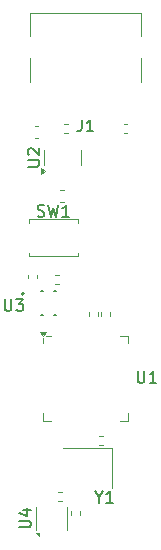
<source format=gbr>
%TF.GenerationSoftware,KiCad,Pcbnew,9.0.3*%
%TF.CreationDate,2025-12-07T00:49:16-08:00*%
%TF.ProjectId,pcb,7063622e-6b69-4636-9164-5f7063625858,rev?*%
%TF.SameCoordinates,Original*%
%TF.FileFunction,Legend,Top*%
%TF.FilePolarity,Positive*%
%FSLAX46Y46*%
G04 Gerber Fmt 4.6, Leading zero omitted, Abs format (unit mm)*
G04 Created by KiCad (PCBNEW 9.0.3) date 2025-12-07 00:49:16*
%MOMM*%
%LPD*%
G01*
G04 APERTURE LIST*
%ADD10C,0.150000*%
%ADD11C,0.120000*%
%ADD12C,0.200000*%
%ADD13C,0.127000*%
G04 APERTURE END LIST*
D10*
X202811666Y-66884819D02*
X202811666Y-67599104D01*
X202811666Y-67599104D02*
X202764047Y-67741961D01*
X202764047Y-67741961D02*
X202668809Y-67837200D01*
X202668809Y-67837200D02*
X202525952Y-67884819D01*
X202525952Y-67884819D02*
X202430714Y-67884819D01*
X203811666Y-67884819D02*
X203240238Y-67884819D01*
X203525952Y-67884819D02*
X203525952Y-66884819D01*
X203525952Y-66884819D02*
X203430714Y-67027676D01*
X203430714Y-67027676D02*
X203335476Y-67122914D01*
X203335476Y-67122914D02*
X203240238Y-67170533D01*
X207568095Y-88174819D02*
X207568095Y-88984342D01*
X207568095Y-88984342D02*
X207615714Y-89079580D01*
X207615714Y-89079580D02*
X207663333Y-89127200D01*
X207663333Y-89127200D02*
X207758571Y-89174819D01*
X207758571Y-89174819D02*
X207949047Y-89174819D01*
X207949047Y-89174819D02*
X208044285Y-89127200D01*
X208044285Y-89127200D02*
X208091904Y-89079580D01*
X208091904Y-89079580D02*
X208139523Y-88984342D01*
X208139523Y-88984342D02*
X208139523Y-88174819D01*
X209139523Y-89174819D02*
X208568095Y-89174819D01*
X208853809Y-89174819D02*
X208853809Y-88174819D01*
X208853809Y-88174819D02*
X208758571Y-88317676D01*
X208758571Y-88317676D02*
X208663333Y-88412914D01*
X208663333Y-88412914D02*
X208568095Y-88460533D01*
X196308095Y-82094819D02*
X196308095Y-82904342D01*
X196308095Y-82904342D02*
X196355714Y-82999580D01*
X196355714Y-82999580D02*
X196403333Y-83047200D01*
X196403333Y-83047200D02*
X196498571Y-83094819D01*
X196498571Y-83094819D02*
X196689047Y-83094819D01*
X196689047Y-83094819D02*
X196784285Y-83047200D01*
X196784285Y-83047200D02*
X196831904Y-82999580D01*
X196831904Y-82999580D02*
X196879523Y-82904342D01*
X196879523Y-82904342D02*
X196879523Y-82094819D01*
X197260476Y-82094819D02*
X197879523Y-82094819D01*
X197879523Y-82094819D02*
X197546190Y-82475771D01*
X197546190Y-82475771D02*
X197689047Y-82475771D01*
X197689047Y-82475771D02*
X197784285Y-82523390D01*
X197784285Y-82523390D02*
X197831904Y-82571009D01*
X197831904Y-82571009D02*
X197879523Y-82666247D01*
X197879523Y-82666247D02*
X197879523Y-82904342D01*
X197879523Y-82904342D02*
X197831904Y-82999580D01*
X197831904Y-82999580D02*
X197784285Y-83047200D01*
X197784285Y-83047200D02*
X197689047Y-83094819D01*
X197689047Y-83094819D02*
X197403333Y-83094819D01*
X197403333Y-83094819D02*
X197308095Y-83047200D01*
X197308095Y-83047200D02*
X197260476Y-82999580D01*
X197537318Y-101411904D02*
X198346841Y-101411904D01*
X198346841Y-101411904D02*
X198442079Y-101364285D01*
X198442079Y-101364285D02*
X198489699Y-101316666D01*
X198489699Y-101316666D02*
X198537318Y-101221428D01*
X198537318Y-101221428D02*
X198537318Y-101030952D01*
X198537318Y-101030952D02*
X198489699Y-100935714D01*
X198489699Y-100935714D02*
X198442079Y-100888095D01*
X198442079Y-100888095D02*
X198346841Y-100840476D01*
X198346841Y-100840476D02*
X197537318Y-100840476D01*
X197870651Y-99935714D02*
X198537318Y-99935714D01*
X197489699Y-100173809D02*
X198203984Y-100411904D01*
X198203984Y-100411904D02*
X198203984Y-99792857D01*
X199086667Y-75057200D02*
X199229524Y-75104819D01*
X199229524Y-75104819D02*
X199467619Y-75104819D01*
X199467619Y-75104819D02*
X199562857Y-75057200D01*
X199562857Y-75057200D02*
X199610476Y-75009580D01*
X199610476Y-75009580D02*
X199658095Y-74914342D01*
X199658095Y-74914342D02*
X199658095Y-74819104D01*
X199658095Y-74819104D02*
X199610476Y-74723866D01*
X199610476Y-74723866D02*
X199562857Y-74676247D01*
X199562857Y-74676247D02*
X199467619Y-74628628D01*
X199467619Y-74628628D02*
X199277143Y-74581009D01*
X199277143Y-74581009D02*
X199181905Y-74533390D01*
X199181905Y-74533390D02*
X199134286Y-74485771D01*
X199134286Y-74485771D02*
X199086667Y-74390533D01*
X199086667Y-74390533D02*
X199086667Y-74295295D01*
X199086667Y-74295295D02*
X199134286Y-74200057D01*
X199134286Y-74200057D02*
X199181905Y-74152438D01*
X199181905Y-74152438D02*
X199277143Y-74104819D01*
X199277143Y-74104819D02*
X199515238Y-74104819D01*
X199515238Y-74104819D02*
X199658095Y-74152438D01*
X199991429Y-74104819D02*
X200229524Y-75104819D01*
X200229524Y-75104819D02*
X200420000Y-74390533D01*
X200420000Y-74390533D02*
X200610476Y-75104819D01*
X200610476Y-75104819D02*
X200848572Y-74104819D01*
X201753333Y-75104819D02*
X201181905Y-75104819D01*
X201467619Y-75104819D02*
X201467619Y-74104819D01*
X201467619Y-74104819D02*
X201372381Y-74247676D01*
X201372381Y-74247676D02*
X201277143Y-74342914D01*
X201277143Y-74342914D02*
X201181905Y-74390533D01*
X198244819Y-70861904D02*
X199054342Y-70861904D01*
X199054342Y-70861904D02*
X199149580Y-70814285D01*
X199149580Y-70814285D02*
X199197200Y-70766666D01*
X199197200Y-70766666D02*
X199244819Y-70671428D01*
X199244819Y-70671428D02*
X199244819Y-70480952D01*
X199244819Y-70480952D02*
X199197200Y-70385714D01*
X199197200Y-70385714D02*
X199149580Y-70338095D01*
X199149580Y-70338095D02*
X199054342Y-70290476D01*
X199054342Y-70290476D02*
X198244819Y-70290476D01*
X198340057Y-69861904D02*
X198292438Y-69814285D01*
X198292438Y-69814285D02*
X198244819Y-69719047D01*
X198244819Y-69719047D02*
X198244819Y-69480952D01*
X198244819Y-69480952D02*
X198292438Y-69385714D01*
X198292438Y-69385714D02*
X198340057Y-69338095D01*
X198340057Y-69338095D02*
X198435295Y-69290476D01*
X198435295Y-69290476D02*
X198530533Y-69290476D01*
X198530533Y-69290476D02*
X198673390Y-69338095D01*
X198673390Y-69338095D02*
X199244819Y-69909523D01*
X199244819Y-69909523D02*
X199244819Y-69290476D01*
X204283809Y-98848628D02*
X204283809Y-99324819D01*
X203950476Y-98324819D02*
X204283809Y-98848628D01*
X204283809Y-98848628D02*
X204617142Y-98324819D01*
X205474285Y-99324819D02*
X204902857Y-99324819D01*
X205188571Y-99324819D02*
X205188571Y-98324819D01*
X205188571Y-98324819D02*
X205093333Y-98467676D01*
X205093333Y-98467676D02*
X204998095Y-98562914D01*
X204998095Y-98562914D02*
X204902857Y-98610533D01*
D11*
%TO.C,J1*%
X198445000Y-63685000D02*
X198445000Y-61685000D01*
X198445001Y-59785000D02*
X198445001Y-57885000D01*
X207844999Y-57885000D02*
X198445001Y-57885000D01*
X207844999Y-59785000D02*
X207844999Y-57885000D01*
X207845000Y-63685000D02*
X207845000Y-61685000D01*
%TO.C,R8*%
X201133641Y-98390000D02*
X200826359Y-98390000D01*
X201133641Y-99150000D02*
X200826359Y-99150000D01*
%TO.C,R9*%
X202640000Y-100343641D02*
X202640000Y-100036359D01*
X201880000Y-100343641D02*
X201880000Y-100036359D01*
%TO.C,U1*%
X199535000Y-85825000D02*
X199535000Y-85415000D01*
X199535000Y-92395000D02*
X199535000Y-91745000D01*
X200185000Y-85175000D02*
X199835000Y-85175000D01*
X200185000Y-92395000D02*
X199535000Y-92395000D01*
X206105000Y-85175000D02*
X206755000Y-85175000D01*
X206105000Y-92395000D02*
X206755000Y-92395000D01*
X206755000Y-85175000D02*
X206755000Y-85825000D01*
X206755000Y-92395000D02*
X206755000Y-91745000D01*
X199535000Y-85175000D02*
X199295000Y-84845000D01*
X199775000Y-84845000D01*
X199535000Y-85175000D01*
G36*
X199535000Y-85175000D02*
G01*
X199295000Y-84845000D01*
X199775000Y-84845000D01*
X199535000Y-85175000D01*
G37*
D12*
%TO.C,U3*%
X197940000Y-81640000D02*
G75*
G02*
X197740000Y-81640000I-100000J0D01*
G01*
X197740000Y-81640000D02*
G75*
G02*
X197940000Y-81640000I100000J0D01*
G01*
D13*
X199370000Y-81400000D02*
X199530000Y-81400000D01*
X200630000Y-81400000D02*
X200470000Y-81400000D01*
X200630000Y-83400000D02*
X200470000Y-83400000D01*
X199370000Y-83400000D02*
X199530000Y-83400000D01*
D11*
%TO.C,U4*%
X199222500Y-102160000D02*
X198942500Y-101880000D01*
X199222500Y-101880000D01*
X199222500Y-102160000D01*
G36*
X199222500Y-102160000D02*
G01*
X198942500Y-101880000D01*
X199222500Y-101880000D01*
X199222500Y-102160000D01*
G37*
X201542500Y-101650000D02*
X201542500Y-99650000D01*
X198922500Y-101650000D02*
X198922500Y-99650000D01*
%TO.C,R7*%
X199040000Y-80323641D02*
X199040000Y-80016359D01*
X198280000Y-80323641D02*
X198280000Y-80016359D01*
%TO.C,C13*%
X201310581Y-72850000D02*
X201029419Y-72850000D01*
X201310581Y-73870000D02*
X201029419Y-73870000D01*
%TO.C,C14*%
X199150581Y-67420000D02*
X198869419Y-67420000D01*
X199150581Y-68440000D02*
X198869419Y-68440000D01*
%TO.C,R3*%
X204225000Y-83193859D02*
X204225000Y-83501141D01*
X203465000Y-83193859D02*
X203465000Y-83501141D01*
%TO.C,R5*%
X204623641Y-94460000D02*
X204316359Y-94460000D01*
X204623641Y-93700000D02*
X204316359Y-93700000D01*
%TO.C,R2*%
X201663641Y-67240000D02*
X201356359Y-67240000D01*
X201663641Y-68000000D02*
X201356359Y-68000000D01*
%TO.C,SW1*%
X202490000Y-78470000D02*
X198350000Y-78470000D01*
X202490000Y-78170000D02*
X202490000Y-78470000D01*
X202490000Y-75330000D02*
X202490000Y-75630000D01*
X198350000Y-78470000D02*
X198350000Y-78170000D01*
X198350000Y-75630000D02*
X198350000Y-75330000D01*
X198350000Y-75330000D02*
X202490000Y-75330000D01*
%TO.C,R1*%
X206376359Y-68040000D02*
X206683641Y-68040000D01*
X206376359Y-67280000D02*
X206683641Y-67280000D01*
%TO.C,R6*%
X200913641Y-80820000D02*
X200606359Y-80820000D01*
X200913641Y-80060000D02*
X200606359Y-80060000D01*
%TO.C,U2*%
X199680000Y-71262500D02*
X199350000Y-71502500D01*
X199350001Y-71022500D01*
X199680000Y-71262500D01*
G36*
X199680000Y-71262500D02*
G01*
X199350000Y-71502500D01*
X199350001Y-71022500D01*
X199680000Y-71262500D01*
G37*
X202750001Y-70100000D02*
X202750000Y-69450000D01*
X202750001Y-70100000D02*
X202750000Y-70750000D01*
X199629999Y-70100000D02*
X199630000Y-69450000D01*
X199629999Y-70100000D02*
X199630000Y-70750000D01*
%TO.C,R4*%
X204465000Y-83193859D02*
X204465000Y-83501141D01*
X205225000Y-83193859D02*
X205225000Y-83501141D01*
%TO.C,Y1*%
X205350000Y-98090001D02*
X205350000Y-94669999D01*
X205350000Y-94669999D02*
X201230000Y-94669999D01*
%TD*%
M02*

</source>
